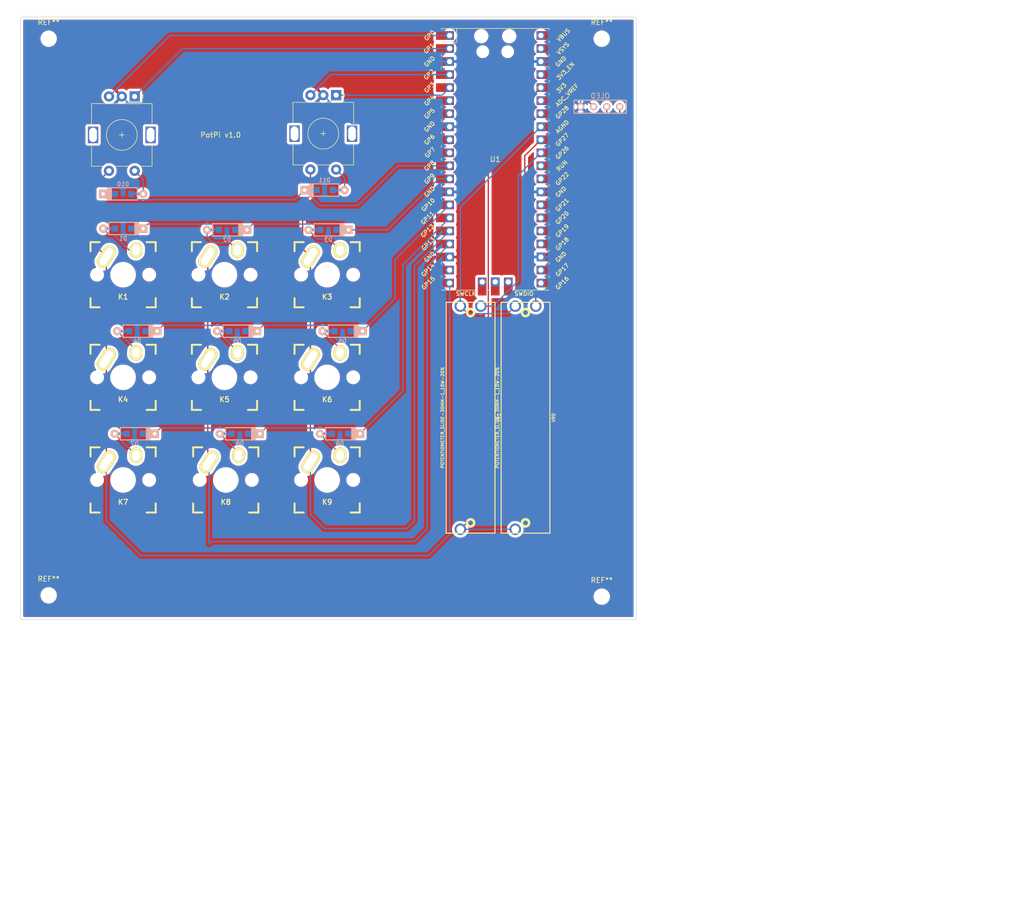
<source format=kicad_pcb>
(kicad_pcb (version 20171130) (host pcbnew "(5.1.7)-1")
  (layers (0 F.Cu signal) (31 B.Cu signal) (34 B.Paste user) (35 F.Paste user) (36 B.SilkS user) (37 F.SilkS user) (38 B.Mask user) (39 F.Mask user) (44 Edge.Cuts user))
  (net 0 "")
  (net 1 "Net-(D1-Pad2)")
  (net 2 Row0)
  (net 3 "Net-(D2-Pad2)")
  (net 4 "Net-(D3-Pad2)")
  (net 5 "Net-(D4-Pad2)")
  (net 6 Row1)
  (net 7 "Net-(D5-Pad2)")
  (net 8 "Net-(D6-Pad2)")
  (net 9 "Net-(D7-Pad2)")
  (net 10 Row2)
  (net 11 "Net-(D8-Pad2)")
  (net 12 "Net-(D9-Pad2)")
  (net 13 "Net-(D10-Pad2)")
  (net 14 "Net-(D11-Pad2)")
  (net 15 Col1)
  (net 16 Col2)
  (net 17 Col0)
  (net 18 RC1_1)
  (net 19 RC1_0)
  (net 20 RC0_0)
  (net 21 RC0_1)
  (net 22 "Net-(U1-Pad21)")
  (net 23 "Net-(U1-Pad22)")
  (net 24 "Net-(U1-Pad29)")
  (net 25 "Net-(U1-Pad30)")
  (net 26 "Net-(U1-Pad33)")
  (net 27 "Net-(U1-Pad34)")
  (net 28 "Net-(U1-Pad35)")
  (net 29 "Net-(U1-Pad37)")
  (net 30 "Net-(U1-Pad39)")
  (net 31 "Net-(U1-Pad40)")
  (net 32 "Net-(U1-Pad41)")
  (net 33 "Net-(U1-Pad42)")
  (net 34 "Net-(U1-Pad43)")
  (net 35 "Net-(U1-Pad31)")
  (net 36 GND)
  (net 37 "Net-(U1-Pad32)")
  (net 38 "Net-(OL1-Pad1)")
  (net 39 "Net-(OL1-Pad2)")
  (net 40 "Net-(OL1-Pad3)")
  (net 41 "Net-(U1-Pad6)")
  (net 42 "Net-(U1-Pad7)")
  (net 43 "Net-(U1-Pad9)")
  (net 44 Row3)
  (net 45 "Net-(U1-Pad10)")
  (net 46 "Net-(U1-Pad19)")
  (net 47 "Net-(U1-Pad24)")
  (net 48 "Net-(U1-Pad25)")
  (module MountingHole:MountingHole_2.2mm_M2 (layer F.Cu) (at 63 152.75)
    (fp_text reference REF** (at 0 -3.2) (layer F.SilkS))
    (fp_text value MountingHole_2.2mm_M2)
    (pad 1 np_thru_hole circle (at 0 0) (size 2.2 2.2) (drill 2.2) (layers *.Cu *.Mask))
  )
  (module MountingHole:MountingHole_2.2mm_M2 (layer F.Cu) (at 63 44.25)
    (fp_text reference REF** (at 0 -3.2) (layer F.SilkS))
    (fp_text value MountingHole_2.2mm_M2)
    (pad 1 np_thru_hole circle (at 0 0) (size 2.2 2.2) (drill 2.2) (layers *.Cu *.Mask))
  )
  (module MountingHole:MountingHole_2.2mm_M2 (layer F.Cu) (at 170.75 44.25)
    (fp_text reference REF** (at 0 -3.2) (layer F.SilkS))
    (fp_text value MountingHole_2.2mm_M2)
    (pad 1 np_thru_hole circle (at 0 0) (size 2.2 2.2) (drill 2.2) (layers *.Cu *.Mask))
  )
  (module MountingHole:MountingHole_2.2mm_M2 (layer F.Cu) (at 170.75 153)
    (fp_text reference REF** (at 0 -3.2) (layer F.SilkS))
    (fp_text value MountingHole_2.2mm_M2)
    (pad 1 np_thru_hole circle (at 0 0) (size 2.2 2.2) (drill 2.2) (layers *.Cu *.Mask))
  )
  (module MCU_RaspberryPi_and_Boards:RPi_Pico_SMD_TH (layer F.Cu) (at 150 67.75)
    (fp_text reference U1 (at 0 0) (layer F.SilkS))
    (fp_text value Pico)
    (fp_text user GP1 (at -12.9 -21.6 45) (layer F.SilkS) (effects (font (size 0.8 0.8))))
    (fp_text user GP2 (at -12.9 -16.51 45) (layer F.SilkS) (effects (font (size 0.8 0.8))))
    (fp_text user GP0 (at -12.8 -24.13 45) (layer F.SilkS) (effects (font (size 0.8 0.8))))
    (fp_text user GP3 (at -12.8 -13.97 45) (layer F.SilkS) (effects (font (size 0.8 0.8))))
    (fp_text user GP4 (at -12.8 -11.43 45) (layer F.SilkS) (effects (font (size 0.8 0.8))))
    (fp_text user GP5 (at -12.8 -8.89 45) (layer F.SilkS) (effects (font (size 0.8 0.8))))
    (fp_text user GP6 (at -12.8 -3.81 45) (layer F.SilkS) (effects (font (size 0.8 0.8))))
    (fp_text user GP7 (at -12.7 -1.3 45) (layer F.SilkS) (effects (font (size 0.8 0.8))))
    (fp_text user GP8 (at -12.8 1.27 45) (layer F.SilkS) (effects (font (size 0.8 0.8))))
    (fp_text user GP9 (at -12.8 3.81 45) (layer F.SilkS) (effects (font (size 0.8 0.8))))
    (fp_text user GP10 (at -13.054 8.89 45) (layer F.SilkS) (effects (font (size 0.8 0.8))))
    (fp_text user GP11 (at -13.2 11.43 45) (layer F.SilkS) (effects (font (size 0.8 0.8))))
    (fp_text user GP12 (at -13.2 13.97 45) (layer F.SilkS) (effects (font (size 0.8 0.8))))
    (fp_text user GP13 (at -13.054 16.51 45) (layer F.SilkS) (effects (font (size 0.8 0.8))))
    (fp_text user GP14 (at -13.1 21.59 45) (layer F.SilkS) (effects (font (size 0.8 0.8))))
    (fp_text user GP15 (at -13.054 24.13 45) (layer F.SilkS) (effects (font (size 0.8 0.8))))
    (fp_text user GP16 (at 13.054 24.13 45) (layer F.SilkS) (effects (font (size 0.8 0.8))))
    (fp_text user GP17 (at 13.054 21.59 45) (layer F.SilkS) (effects (font (size 0.8 0.8))))
    (fp_text user GP18 (at 13.054 16.51 45) (layer F.SilkS) (effects (font (size 0.8 0.8))))
    (fp_text user GP19 (at 13.054 13.97 45) (layer F.SilkS) (effects (font (size 0.8 0.8))))
    (fp_text user GP20 (at 13.054 11.43 45) (layer F.SilkS) (effects (font (size 0.8 0.8))))
    (fp_text user GP21 (at 13.054 8.9 45) (layer F.SilkS) (effects (font (size 0.8 0.8))))
    (fp_text user GP22 (at 13.054 3.81 45) (layer F.SilkS) (effects (font (size 0.8 0.8))))
    (fp_text user RUN (at 13 1.27 45) (layer F.SilkS) (effects (font (size 0.8 0.8))))
    (fp_text user GP26 (at 13.054 -1.27 45) (layer F.SilkS) (effects (font (size 0.8 0.8))))
    (fp_text user GP27 (at 13.054 -3.8 45) (layer F.SilkS) (effects (font (size 0.8 0.8))))
    (fp_text user GP28 (at 13.054 -9.144 45) (layer F.SilkS) (effects (font (size 0.8 0.8))))
    (fp_text user ADC_VREF (at 14 -12.5 45) (layer F.SilkS) (effects (font (size 0.8 0.8))))
    (fp_text user 3V3 (at 12.9 -13.9 45) (layer F.SilkS) (effects (font (size 0.8 0.8))))
    (fp_text user 3V3_EN (at 13.7 -17.2 45) (layer F.SilkS) (effects (font (size 0.8 0.8))))
    (fp_text user VSYS (at 13.2 -21.59 45) (layer F.SilkS) (effects (font (size 0.8 0.8))))
    (fp_text user VBUS (at 13.3 -24.2 45) (layer F.SilkS) (effects (font (size 0.8 0.8))))
    (fp_text user GND (at -12.8 -19.05 45) (layer F.SilkS) (effects (font (size 0.8 0.8))))
    (fp_text user GND (at -12.8 -6.35 45) (layer F.SilkS) (effects (font (size 0.8 0.8))))
    (fp_text user GND (at -12.8 6.35 45) (layer F.SilkS) (effects (font (size 0.8 0.8))))
    (fp_text user GND (at -12.8 19.05 45) (layer F.SilkS) (effects (font (size 0.8 0.8))))
    (fp_text user GND (at 12.8 19.05 45) (layer F.SilkS) (effects (font (size 0.8 0.8))))
    (fp_text user GND (at 12.8 6.35 45) (layer F.SilkS) (effects (font (size 0.8 0.8))))
    (fp_text user GND (at 12.8 -19.05 45) (layer F.SilkS) (effects (font (size 0.8 0.8))))
    (fp_text user AGND (at 13.054 -6.35 45) (layer F.SilkS) (effects (font (size 0.8 0.8))))
    (fp_text user SWCLK (at -5.7 26.2) (layer F.SilkS) (effects (font (size 0.8 0.8))))
    (fp_text user SWDIO (at 5.6 26.2) (layer F.SilkS) (effects (font (size 0.8 0.8))))
    (pad 1 thru_hole oval (at -8.89 -24.13) (size 1.7 1.7) (drill 1.02) (layers *.Cu *.Mask) (net 20 RC0_0))
    (pad 2 thru_hole oval (at -8.89 -21.59) (size 1.7 1.7) (drill 1.02) (layers *.Cu *.Mask) (net 21 RC0_1))
    (pad 3 thru_hole rect (at -8.89 -19.05) (size 1.7 1.7) (drill 1.02) (layers *.Cu *.Mask) (net 36 GND))
    (pad 4 thru_hole oval (at -8.89 -16.51) (size 1.7 1.7) (drill 1.02) (layers *.Cu *.Mask) (net 19 RC1_0))
    (pad 5 thru_hole oval (at -8.89 -13.97) (size 1.7 1.7) (drill 1.02) (layers *.Cu *.Mask) (net 18 RC1_1))
    (pad 6 thru_hole oval (at -8.89 -11.43) (size 1.7 1.7) (drill 1.02) (layers *.Cu *.Mask) (net 41 "Net-(U1-Pad6)"))
    (pad 7 thru_hole oval (at -8.89 -8.89) (size 1.7 1.7) (drill 1.02) (layers *.Cu *.Mask) (net 42 "Net-(U1-Pad7)"))
    (pad 8 thru_hole rect (at -8.89 -6.35) (size 1.7 1.7) (drill 1.02) (layers *.Cu *.Mask) (net 36 GND))
    (pad 9 thru_hole oval (at -8.89 -3.81) (size 1.7 1.7) (drill 1.02) (layers *.Cu *.Mask) (net 43 "Net-(U1-Pad9)"))
    (pad 10 thru_hole oval (at -8.89 -1.27) (size 1.7 1.7) (drill 1.02) (layers *.Cu *.Mask) (net 45 "Net-(U1-Pad10)"))
    (pad 11 thru_hole oval (at -8.89 1.27) (size 1.7 1.7) (drill 1.02) (layers *.Cu *.Mask) (net 2 Row0))
    (pad 12 thru_hole oval (at -8.89 3.81) (size 1.7 1.7) (drill 1.02) (layers *.Cu *.Mask) (net 6 Row1))
    (pad 13 thru_hole rect (at -8.89 6.35) (size 1.7 1.7) (drill 1.02) (layers *.Cu *.Mask) (net 36 GND))
    (pad 14 thru_hole oval (at -8.89 8.89) (size 1.7 1.7) (drill 1.02) (layers *.Cu *.Mask) (net 10 Row2))
    (pad 15 thru_hole oval (at -8.89 11.43) (size 1.7 1.7) (drill 1.02) (layers *.Cu *.Mask) (net 44 Row3))
    (pad 16 thru_hole oval (at -8.89 13.97) (size 1.7 1.7) (drill 1.02) (layers *.Cu *.Mask) (net 16 Col2))
    (pad 17 thru_hole oval (at -8.89 16.51) (size 1.7 1.7) (drill 1.02) (layers *.Cu *.Mask) (net 15 Col1))
    (pad 18 thru_hole rect (at -8.89 19.05) (size 1.7 1.7) (drill 1.02) (layers *.Cu *.Mask) (net 36 GND))
    (pad 19 thru_hole oval (at -8.89 21.59) (size 1.7 1.7) (drill 1.02) (layers *.Cu *.Mask) (net 46 "Net-(U1-Pad19)"))
    (pad 20 thru_hole oval (at -8.89 24.13) (size 1.7 1.7) (drill 1.02) (layers *.Cu *.Mask) (net 17 Col0))
    (pad 21 thru_hole oval (at 8.89 24.13) (size 1.7 1.7) (drill 1.02) (layers *.Cu *.Mask) (net 22 "Net-(U1-Pad21)"))
    (pad 22 thru_hole oval (at 8.89 21.59) (size 1.7 1.7) (drill 1.02) (layers *.Cu *.Mask) (net 23 "Net-(U1-Pad22)"))
    (pad 23 thru_hole rect (at 8.89 19.05) (size 1.7 1.7) (drill 1.02) (layers *.Cu *.Mask) (net 36 GND))
    (pad 24 thru_hole oval (at 8.89 16.51) (size 1.7 1.7) (drill 1.02) (layers *.Cu *.Mask) (net 47 "Net-(U1-Pad24)"))
    (pad 25 thru_hole oval (at 8.89 13.97) (size 1.7 1.7) (drill 1.02) (layers *.Cu *.Mask) (net 48 "Net-(U1-Pad25)"))
    (pad 26 thru_hole oval (at 8.89 11.43) (size 1.7 1.7) (drill 1.02) (layers *.Cu *.Mask) (net 38 "Net-(OL1-Pad1)"))
    (pad 27 thru_hole oval (at 8.89 8.89) (size 1.7 1.7) (drill 1.02) (layers *.Cu *.Mask) (net 39 "Net-(OL1-Pad2)"))
    (pad 28 thru_hole rect (at 8.89 6.35) (size 1.7 1.7) (drill 1.02) (layers *.Cu *.Mask) (net 36 GND))
    (pad 29 thru_hole oval (at 8.89 3.81) (size 1.7 1.7) (drill 1.02) (layers *.Cu *.Mask) (net 24 "Net-(U1-Pad29)"))
    (pad 30 thru_hole oval (at 8.89 1.27) (size 1.7 1.7) (drill 1.02) (layers *.Cu *.Mask) (net 25 "Net-(U1-Pad30)"))
    (pad 31 thru_hole oval (at 8.89 -1.27) (size 1.7 1.7) (drill 1.02) (layers *.Cu *.Mask) (net 35 "Net-(U1-Pad31)"))
    (pad 32 thru_hole oval (at 8.89 -3.81) (size 1.7 1.7) (drill 1.02) (layers *.Cu *.Mask) (net 37 "Net-(U1-Pad32)"))
    (pad 33 thru_hole rect (at 8.89 -6.35) (size 1.7 1.7) (drill 1.02) (layers *.Cu *.Mask) (net 26 "Net-(U1-Pad33)"))
    (pad 34 thru_hole oval (at 8.89 -8.89) (size 1.7 1.7) (drill 1.02) (layers *.Cu *.Mask) (net 27 "Net-(U1-Pad34)"))
    (pad 35 thru_hole oval (at 8.89 -11.43) (size 1.7 1.7) (drill 1.02) (layers *.Cu *.Mask) (net 28 "Net-(U1-Pad35)"))
    (pad 36 thru_hole oval (at 8.89 -13.97) (size 1.7 1.7) (drill 1.02) (layers *.Cu *.Mask) (net 40 "Net-(OL1-Pad3)"))
    (pad 37 thru_hole oval (at 8.89 -16.51) (size 1.7 1.7) (drill 1.02) (layers *.Cu *.Mask) (net 29 "Net-(U1-Pad37)"))
    (pad 38 thru_hole rect (at 8.89 -19.05) (size 1.7 1.7) (drill 1.02) (layers *.Cu *.Mask) (net 36 GND))
    (pad 39 thru_hole oval (at 8.89 -21.59) (size 1.7 1.7) (drill 1.02) (layers *.Cu *.Mask) (net 30 "Net-(U1-Pad39)"))
    (pad 40 thru_hole oval (at 8.89 -24.13) (size 1.7 1.7) (drill 1.02) (layers *.Cu *.Mask) (net 31 "Net-(U1-Pad40)"))
    (pad 1 smd rect (at -8.89 -24.13) (size 3.5 1.7) (drill (offset -0.9 0)) (layers F.Cu F.Mask) (net 20 RC0_0))
    (pad 2 smd rect (at -8.89 -21.59) (size 3.5 1.7) (drill (offset -0.9 0)) (layers F.Cu F.Mask) (net 21 RC0_1))
    (pad 3 smd rect (at -8.89 -19.05) (size 3.5 1.7) (drill (offset -0.9 0)) (layers F.Cu F.Mask) (net 36 GND))
    (pad 4 smd rect (at -8.89 -16.51) (size 3.5 1.7) (drill (offset -0.9 0)) (layers F.Cu F.Mask) (net 19 RC1_0))
    (pad 5 smd rect (at -8.89 -13.97) (size 3.5 1.7) (drill (offset -0.9 0)) (layers F.Cu F.Mask) (net 18 RC1_1))
    (pad 6 smd rect (at -8.89 -11.43) (size 3.5 1.7) (drill (offset -0.9 0)) (layers F.Cu F.Mask) (net 41 "Net-(U1-Pad6)"))
    (pad 7 smd rect (at -8.89 -8.89) (size 3.5 1.7) (drill (offset -0.9 0)) (layers F.Cu F.Mask) (net 42 "Net-(U1-Pad7)"))
    (pad 8 smd rect (at -8.89 -6.35) (size 3.5 1.7) (drill (offset -0.9 0)) (layers F.Cu F.Mask) (net 36 GND))
    (pad 9 smd rect (at -8.89 -3.81) (size 3.5 1.7) (drill (offset -0.9 0)) (layers F.Cu F.Mask) (net 43 "Net-(U1-Pad9)"))
    (pad 10 smd rect (at -8.89 -1.27) (size 3.5 1.7) (drill (offset -0.9 0)) (layers F.Cu F.Mask) (net 45 "Net-(U1-Pad10)"))
    (pad 11 smd rect (at -8.89 1.27) (size 3.5 1.7) (drill (offset -0.9 0)) (layers F.Cu F.Mask) (net 2 Row0))
    (pad 12 smd rect (at -8.89 3.81) (size 3.5 1.7) (drill (offset -0.9 0)) (layers F.Cu F.Mask) (net 6 Row1))
    (pad 13 smd rect (at -8.89 6.35) (size 3.5 1.7) (drill (offset -0.9 0)) (layers F.Cu F.Mask) (net 36 GND))
    (pad 14 smd rect (at -8.89 8.89) (size 3.5 1.7) (drill (offset -0.9 0)) (layers F.Cu F.Mask) (net 10 Row2))
    (pad 15 smd rect (at -8.89 11.43) (size 3.5 1.7) (drill (offset -0.9 0)) (layers F.Cu F.Mask) (net 44 Row3))
    (pad 16 smd rect (at -8.89 13.97) (size 3.5 1.7) (drill (offset -0.9 0)) (layers F.Cu F.Mask) (net 16 Col2))
    (pad 17 smd rect (at -8.89 16.51) (size 3.5 1.7) (drill (offset -0.9 0)) (layers F.Cu F.Mask) (net 15 Col1))
    (pad 18 smd rect (at -8.89 19.05) (size 3.5 1.7) (drill (offset -0.9 0)) (layers F.Cu F.Mask) (net 36 GND))
    (pad 19 smd rect (at -8.89 21.59) (size 3.5 1.7) (drill (offset -0.9 0)) (layers F.Cu F.Mask) (net 46 "Net-(U1-Pad19)"))
    (pad 20 smd rect (at -8.89 24.13) (size 3.5 1.7) (drill (offset -0.9 0)) (layers F.Cu F.Mask) (net 17 Col0))
    (pad 40 smd rect (at 8.89 -24.13) (size 3.5 1.7) (drill (offset 0.9 0)) (layers F.Cu F.Mask) (net 31 "Net-(U1-Pad40)"))
    (pad 39 smd rect (at 8.89 -21.59) (size 3.5 1.7) (drill (offset 0.9 0)) (layers F.Cu F.Mask) (net 30 "Net-(U1-Pad39)"))
    (pad 38 smd rect (at 8.89 -19.05) (size 3.5 1.7) (drill (offset 0.9 0)) (layers F.Cu F.Mask) (net 36 GND))
    (pad 37 smd rect (at 8.89 -16.51) (size 3.5 1.7) (drill (offset 0.9 0)) (layers F.Cu F.Mask) (net 29 "Net-(U1-Pad37)"))
    (pad 36 smd rect (at 8.89 -13.97) (size 3.5 1.7) (drill (offset 0.9 0)) (layers F.Cu F.Mask) (net 40 "Net-(OL1-Pad3)"))
    (pad 35 smd rect (at 8.89 -11.43) (size 3.5 1.7) (drill (offset 0.9 0)) (layers F.Cu F.Mask) (net 28 "Net-(U1-Pad35)"))
    (pad 34 smd rect (at 8.89 -8.89) (size 3.5 1.7) (drill (offset 0.9 0)) (layers F.Cu F.Mask) (net 27 "Net-(U1-Pad34)"))
    (pad 33 smd rect (at 8.89 -6.35) (size 3.5 1.7) (drill (offset 0.9 0)) (layers F.Cu F.Mask) (net 26 "Net-(U1-Pad33)"))
    (pad 32 smd rect (at 8.89 -3.81) (size 3.5 1.7) (drill (offset 0.9 0)) (layers F.Cu F.Mask) (net 37 "Net-(U1-Pad32)"))
    (pad 31 smd rect (at 8.89 -1.27) (size 3.5 1.7) (drill (offset 0.9 0)) (layers F.Cu F.Mask) (net 35 "Net-(U1-Pad31)"))
    (pad 30 smd rect (at 8.89 1.27) (size 3.5 1.7) (drill (offset 0.9 0)) (layers F.Cu F.Mask) (net 25 "Net-(U1-Pad30)"))
    (pad 29 smd rect (at 8.89 3.81) (size 3.5 1.7) (drill (offset 0.9 0)) (layers F.Cu F.Mask) (net 24 "Net-(U1-Pad29)"))
    (pad 28 smd rect (at 8.89 6.35) (size 3.5 1.7) (drill (offset 0.9 0)) (layers F.Cu F.Mask) (net 36 GND))
    (pad 27 smd rect (at 8.89 8.89) (size 3.5 1.7) (drill (offset 0.9 0)) (layers F.Cu F.Mask) (net 39 "Net-(OL1-Pad2)"))
    (pad 26 smd rect (at 8.89 11.43) (size 3.5 1.7) (drill (offset 0.9 0)) (layers F.Cu F.Mask) (net 38 "Net-(OL1-Pad1)"))
    (pad 25 smd rect (at 8.89 13.97) (size 3.5 1.7) (drill (offset 0.9 0)) (layers F.Cu F.Mask) (net 48 "Net-(U1-Pad25)"))
    (pad 24 smd rect (at 8.89 16.51) (size 3.5 1.7) (drill (offset 0.9 0)) (layers F.Cu F.Mask) (net 47 "Net-(U1-Pad24)"))
    (pad 23 smd rect (at 8.89 19.05) (size 3.5 1.7) (drill (offset 0.9 0)) (layers F.Cu F.Mask) (net 36 GND))
    (pad 22 smd rect (at 8.89 21.59) (size 3.5 1.7) (drill (offset 0.9 0)) (layers F.Cu F.Mask) (net 23 "Net-(U1-Pad22)"))
    (pad 21 smd rect (at 8.89 24.13) (size 3.5 1.7) (drill (offset 0.9 0)) (layers F.Cu F.Mask) (net 22 "Net-(U1-Pad21)"))
    (pad "" np_thru_hole oval (at -2.725 -24) (size 1.8 1.8) (drill 1.8) (layers *.Cu *.Mask))
    (pad "" np_thru_hole oval (at 2.725 -24) (size 1.8 1.8) (drill 1.8) (layers *.Cu *.Mask))
    (pad "" np_thru_hole oval (at -2.425 -20.97) (size 1.5 1.5) (drill 1.5) (layers *.Cu *.Mask))
    (pad "" np_thru_hole oval (at 2.425 -20.97) (size 1.5 1.5) (drill 1.5) (layers *.Cu *.Mask))
    (pad 41 smd rect (at -2.54 23.9 90) (size 3.5 1.7) (drill (offset -0.9 0)) (layers F.Cu F.Mask) (net 32 "Net-(U1-Pad41)"))
    (pad 41 thru_hole oval (at -2.54 23.9) (size 1.7 1.7) (drill 1.02) (layers *.Cu *.Mask) (net 32 "Net-(U1-Pad41)"))
    (pad 42 smd rect (at 0 23.9 90) (size 3.5 1.7) (drill (offset -0.9 0)) (layers F.Cu F.Mask) (net 33 "Net-(U1-Pad42)"))
    (pad 42 thru_hole rect (at 0 23.9) (size 1.7 1.7) (drill 1.02) (layers *.Cu *.Mask) (net 33 "Net-(U1-Pad42)"))
    (pad 43 smd rect (at 2.54 23.9 90) (size 3.5 1.7) (drill (offset -0.9 0)) (layers F.Cu F.Mask) (net 34 "Net-(U1-Pad43)"))
    (pad 43 thru_hole oval (at 2.54 23.9) (size 1.7 1.7) (drill 1.02) (layers *.Cu *.Mask) (net 34 "Net-(U1-Pad43)"))
  )
  (module Resistors:SLIDER-MEDIUM (layer F.Cu) (at 145.198599 118.12143 270)
    (fp_text reference VR1 (at 0 -5.461 90) (layer F.SilkS) (effects (font (size 0.6096 0.6096) (thickness 0.127))))
    (fp_text value POTENTIOMETER_SLIDE-30MM-1_10W-20% (at 0 5.461 90) (layer F.SilkS) (effects (font (size 0.6096 0.6096) (thickness 0.127))))
    (pad BOTT thru_hole circle (at 21.74748 1.99898 270) (size 2.2479 2.2479) (drill 1.4986) (layers *.Cu *.Mask) (net 40 "Net-(OL1-Pad3)"))
    (pad TOP thru_hole circle (at -21.74748 1.99898 270) (size 2.2479 2.2479) (drill 1.4986) (layers *.Cu *.Mask) (net 26 "Net-(U1-Pad33)"))
    (pad WIPE thru_hole circle (at -21.74748 -1.99898 270) (size 2.2479 2.2479) (drill 1.4986) (layers *.Cu *.Mask) (net 35 "Net-(U1-Pad31)"))
  )
  (module Resistors:SLIDER-MEDIUM (layer F.Cu) (at 155.898599 118.12143 270)
    (fp_text reference VR0 (at 0 -5.461 90) (layer F.SilkS) (effects (font (size 0.6096 0.6096) (thickness 0.127))))
    (fp_text value POTENTIOMETER_SLIDE-30MM-1_10W-20% (at 0 5.461 90) (layer F.SilkS) (effects (font (size 0.6096 0.6096) (thickness 0.127))))
    (pad WIPE thru_hole circle (at -21.74748 -1.99898 270) (size 2.2479 2.2479) (drill 1.4986) (layers *.Cu *.Mask) (net 37 "Net-(U1-Pad32)"))
    (pad TOP thru_hole circle (at -21.74748 1.99898 270) (size 2.2479 2.2479) (drill 1.4986) (layers *.Cu *.Mask) (net 26 "Net-(U1-Pad33)"))
    (pad BOTT thru_hole circle (at 21.74748 1.99898 270) (size 2.2479 2.2479) (drill 1.4986) (layers *.Cu *.Mask) (net 40 "Net-(OL1-Pad3)"))
  )
  (module "" (layer F.Cu) (at 65 153.5)
    (fp_text reference "" (at 77.25 63) (layer F.SilkS) (effects (font (size 1.27 1.27))))
    (fp_text value "" (at 77.25 63) (layer F.SilkS) (effects (font (size 1.27 1.27))))
  )
  (module "" (layer F.Cu) (at 174.25 152.25)
    (fp_text reference "" (at 77.25 63) (layer F.SilkS) (effects (font (size 1.27 1.27))))
    (fp_text value "" (at 77.25 63) (layer F.SilkS) (effects (font (size 1.27 1.27))))
  )
  (module Keebio-Parts:RotaryEncoder_EC11 (layer F.Cu) (at 77.25 63 270)
    (fp_text reference SW12)
    (fp_text value Rotary_Encoder_Switch)
    (pad A thru_hole rect (at -7.5 -2.5 270) (size 2 2) (drill 1) (layers *.Cu *.Mask) (net 21 RC0_1))
    (pad C thru_hole circle (at -7.5 0 270) (size 2 2) (drill 1) (layers *.Cu *.Mask) (net 36 GND))
    (pad B thru_hole circle (at -7.5 2.5 270) (size 2 2) (drill 1) (layers *.Cu *.Mask) (net 20 RC0_0))
    (pad "" np_thru_hole rect (at 0 -5.6 270) (size 3.2 2) (drill oval 2.8 1.5) (layers *.Cu *.Mask))
    (pad "" np_thru_hole rect (at 0 5.6 270) (size 3.2 2) (drill oval 2.8 1.5) (layers *.Cu *.Mask))
    (pad S2 thru_hole circle (at 7 -2.5 270) (size 2 2) (drill 1) (layers *.Cu *.Mask) (net 13 "Net-(D10-Pad2)"))
    (pad S1 thru_hole circle (at 7 2.5 270) (size 2 2) (drill 1) (layers *.Cu *.Mask) (net 17 Col0))
  )
  (module keyboard_parts:D_SOD123_axial (layer B.Cu) (at 77.5 81.25 180)
    (fp_text reference D1 (at 0 -1.925) (layer B.SilkS) (effects (font (size 0.8 0.8)) (justify mirror)))
    (fp_text value D hide)
    (pad 2 smd rect (at 1.575 0 180) (size 1.2 1.2) (layers B.Cu B.Paste B.Mask) (net 1 "Net-(D1-Pad2)"))
    (pad 1 smd rect (at -1.575 0 180) (size 1.2 1.2) (layers B.Cu B.Paste B.Mask) (net 6 Row1))
    (pad 1 thru_hole rect (at -3.9 0 180) (size 1.6 1.6) (drill 0.7) (layers *.Cu *.Mask B.SilkS) (net 6 Row1))
    (pad 2 thru_hole circle (at 3.9 0 180) (size 1.6 1.6) (drill 0.7) (layers *.Cu *.Mask B.SilkS) (net 1 "Net-(D1-Pad2)"))
    (pad 1 smd rect (at -2.7 0 180) (size 2.5 0.5) (layers B.Cu) (net 6 Row1))
    (pad 2 smd rect (at 2.7 0 180) (size 2.5 0.5) (layers B.Cu) (net 1 "Net-(D1-Pad2)"))
  )
  (module keyboard_parts:D_SOD123_axial (layer B.Cu) (at 97.75 81.5 180)
    (fp_text reference D2 (at 0 -1.925 180) (layer B.SilkS) (effects (font (size 0.8 0.8)) (justify mirror)))
    (fp_text value D hide)
    (pad 2 smd rect (at 2.7 0 180) (size 2.5 0.5) (layers B.Cu) (net 3 "Net-(D2-Pad2)"))
    (pad 1 smd rect (at -2.7 0 180) (size 2.5 0.5) (layers B.Cu) (net 6 Row1))
    (pad 2 thru_hole circle (at 3.9 0 180) (size 1.6 1.6) (drill 0.7) (layers *.Cu *.Mask B.SilkS) (net 3 "Net-(D2-Pad2)"))
    (pad 1 thru_hole rect (at -3.9 0 180) (size 1.6 1.6) (drill 0.7) (layers *.Cu *.Mask B.SilkS) (net 6 Row1))
    (pad 1 smd rect (at -1.575 0 180) (size 1.2 1.2) (layers B.Cu B.Paste B.Mask) (net 6 Row1))
    (pad 2 smd rect (at 1.575 0 180) (size 1.2 1.2) (layers B.Cu B.Paste B.Mask) (net 3 "Net-(D2-Pad2)"))
  )
  (module keyboard_parts:D_SOD123_axial (layer B.Cu) (at 117.5 81.5 180)
    (fp_text reference D3 (at 0 -1.925) (layer B.SilkS) (effects (font (size 0.8 0.8)) (justify mirror)))
    (fp_text value D hide)
    (pad 2 smd rect (at 1.575 0 180) (size 1.2 1.2) (layers B.Cu B.Paste B.Mask) (net 4 "Net-(D3-Pad2)"))
    (pad 1 smd rect (at -1.575 0 180) (size 1.2 1.2) (layers B.Cu B.Paste B.Mask) (net 6 Row1))
    (pad 1 thru_hole rect (at -3.9 0 180) (size 1.6 1.6) (drill 0.7) (layers *.Cu *.Mask B.SilkS) (net 6 Row1))
    (pad 2 thru_hole circle (at 3.9 0 180) (size 1.6 1.6) (drill 0.7) (layers *.Cu *.Mask B.SilkS) (net 4 "Net-(D3-Pad2)"))
    (pad 1 smd rect (at -2.7 0 180) (size 2.5 0.5) (layers B.Cu) (net 6 Row1))
    (pad 2 smd rect (at 2.7 0 180) (size 2.5 0.5) (layers B.Cu) (net 4 "Net-(D3-Pad2)"))
  )
  (module keyboard_parts:D_SOD123_axial (layer B.Cu) (at 80.25 101.25 180)
    (fp_text reference D4 (at 0 -1.925) (layer B.SilkS) (effects (font (size 0.8 0.8)) (justify mirror)))
    (fp_text value D hide)
    (pad 2 smd rect (at 2.7 0 180) (size 2.5 0.5) (layers B.Cu) (net 5 "Net-(D4-Pad2)"))
    (pad 1 smd rect (at -2.7 0 180) (size 2.5 0.5) (layers B.Cu) (net 10 Row2))
    (pad 2 thru_hole circle (at 3.9 0 180) (size 1.6 1.6) (drill 0.7) (layers *.Cu *.Mask B.SilkS) (net 5 "Net-(D4-Pad2)"))
    (pad 1 thru_hole rect (at -3.9 0 180) (size 1.6 1.6) (drill 0.7) (layers *.Cu *.Mask B.SilkS) (net 10 Row2))
    (pad 1 smd rect (at -1.575 0 180) (size 1.2 1.2) (layers B.Cu B.Paste B.Mask) (net 10 Row2))
    (pad 2 smd rect (at 1.575 0 180) (size 1.2 1.2) (layers B.Cu B.Paste B.Mask) (net 5 "Net-(D4-Pad2)"))
  )
  (module keyboard_parts:D_SOD123_axial (layer B.Cu) (at 99.75 101.25 180)
    (fp_text reference D5 (at 0 -1.925) (layer B.SilkS) (effects (font (size 0.8 0.8)) (justify mirror)))
    (fp_text value D hide)
    (pad 2 smd rect (at 1.575 0 180) (size 1.2 1.2) (layers B.Cu B.Paste B.Mask) (net 7 "Net-(D5-Pad2)"))
    (pad 1 smd rect (at -1.575 0 180) (size 1.2 1.2) (layers B.Cu B.Paste B.Mask) (net 10 Row2))
    (pad 1 thru_hole rect (at -3.9 0 180) (size 1.6 1.6) (drill 0.7) (layers *.Cu *.Mask B.SilkS) (net 10 Row2))
    (pad 2 thru_hole circle (at 3.9 0 180) (size 1.6 1.6) (drill 0.7) (layers *.Cu *.Mask B.SilkS) (net 7 "Net-(D5-Pad2)"))
    (pad 1 smd rect (at -2.7 0 180) (size 2.5 0.5) (layers B.Cu) (net 10 Row2))
    (pad 2 smd rect (at 2.7 0 180) (size 2.5 0.5) (layers B.Cu) (net 7 "Net-(D5-Pad2)"))
  )
  (module keyboard_parts:D_SOD123_axial (layer B.Cu) (at 120.25 101.25 180)
    (fp_text reference D6 (at 0 -1.925) (layer B.SilkS) (effects (font (size 0.8 0.8)) (justify mirror)))
    (fp_text value D hide)
    (pad 2 smd rect (at 2.7 0 180) (size 2.5 0.5) (layers B.Cu) (net 8 "Net-(D6-Pad2)"))
    (pad 1 smd rect (at -2.7 0 180) (size 2.5 0.5) (layers B.Cu) (net 10 Row2))
    (pad 2 thru_hole circle (at 3.9 0 180) (size 1.6 1.6) (drill 0.7) (layers *.Cu *.Mask B.SilkS) (net 8 "Net-(D6-Pad2)"))
    (pad 1 thru_hole rect (at -3.9 0 180) (size 1.6 1.6) (drill 0.7) (layers *.Cu *.Mask B.SilkS) (net 10 Row2))
    (pad 1 smd rect (at -1.575 0 180) (size 1.2 1.2) (layers B.Cu B.Paste B.Mask) (net 10 Row2))
    (pad 2 smd rect (at 1.575 0 180) (size 1.2 1.2) (layers B.Cu B.Paste B.Mask) (net 8 "Net-(D6-Pad2)"))
  )
  (module keyboard_parts:D_SOD123_axial (layer B.Cu) (at 79.75 121.25 180)
    (fp_text reference D7 (at 0 -1.925) (layer B.SilkS) (effects (font (size 0.8 0.8)) (justify mirror)))
    (fp_text value D hide)
    (pad 2 smd rect (at 1.575 0 180) (size 1.2 1.2) (layers B.Cu B.Paste B.Mask) (net 9 "Net-(D7-Pad2)"))
    (pad 1 smd rect (at -1.575 0 180) (size 1.2 1.2) (layers B.Cu B.Paste B.Mask) (net 44 Row3))
    (pad 1 thru_hole rect (at -3.9 0 180) (size 1.6 1.6) (drill 0.7) (layers *.Cu *.Mask B.SilkS) (net 44 Row3))
    (pad 2 thru_hole circle (at 3.9 0 180) (size 1.6 1.6) (drill 0.7) (layers *.Cu *.Mask B.SilkS) (net 9 "Net-(D7-Pad2)"))
    (pad 1 smd rect (at -2.7 0 180) (size 2.5 0.5) (layers B.Cu) (net 44 Row3))
    (pad 2 smd rect (at 2.7 0 180) (size 2.5 0.5) (layers B.Cu) (net 9 "Net-(D7-Pad2)"))
  )
  (module keyboard_parts:D_SOD123_axial (layer B.Cu) (at 100.25 121.25 180)
    (fp_text reference D8 (at 0 -1.925) (layer B.SilkS) (effects (font (size 0.8 0.8)) (justify mirror)))
    (fp_text value D hide)
    (pad 2 smd rect (at 2.7 0 180) (size 2.5 0.5) (layers B.Cu) (net 11 "Net-(D8-Pad2)"))
    (pad 1 smd rect (at -2.7 0 180) (size 2.5 0.5) (layers B.Cu) (net 44 Row3))
    (pad 2 thru_hole circle (at 3.9 0 180) (size 1.6 1.6) (drill 0.7) (layers *.Cu *.Mask B.SilkS) (net 11 "Net-(D8-Pad2)"))
    (pad 1 thru_hole rect (at -3.9 0 180) (size 1.6 1.6) (drill 0.7) (layers *.Cu *.Mask B.SilkS) (net 44 Row3))
    (pad 1 smd rect (at -1.575 0 180) (size 1.2 1.2) (layers B.Cu B.Paste B.Mask) (net 44 Row3))
    (pad 2 smd rect (at 1.575 0 180) (size 1.2 1.2) (layers B.Cu B.Paste B.Mask) (net 11 "Net-(D8-Pad2)"))
  )
  (module keyboard_parts:D_SOD123_axial (layer B.Cu) (at 119.75 121.25 180)
    (fp_text reference D9 (at 0 -1.925) (layer B.SilkS) (effects (font (size 0.8 0.8)) (justify mirror)))
    (fp_text value D hide)
    (pad 2 smd rect (at 1.575 0 180) (size 1.2 1.2) (layers B.Cu B.Paste B.Mask) (net 12 "Net-(D9-Pad2)"))
    (pad 1 smd rect (at -1.575 0 180) (size 1.2 1.2) (layers B.Cu B.Paste B.Mask) (net 44 Row3))
    (pad 1 thru_hole rect (at -3.9 0 180) (size 1.6 1.6) (drill 0.7) (layers *.Cu *.Mask B.SilkS) (net 44 Row3))
    (pad 2 thru_hole circle (at 3.9 0 180) (size 1.6 1.6) (drill 0.7) (layers *.Cu *.Mask B.SilkS) (net 12 "Net-(D9-Pad2)"))
    (pad 1 smd rect (at -2.7 0 180) (size 2.5 0.5) (layers B.Cu) (net 44 Row3))
    (pad 2 smd rect (at 2.7 0 180) (size 2.5 0.5) (layers B.Cu) (net 12 "Net-(D9-Pad2)"))
  )
  (module keyboard_parts:D_SOD123_axial (layer B.Cu) (at 77.5 74.5)
    (fp_text reference D10 (at 0 -1.925 180) (layer B.SilkS) (effects (font (size 0.8 0.8)) (justify mirror)))
    (fp_text value D hide)
    (pad 2 smd rect (at 2.7 0) (size 2.5 0.5) (layers B.Cu) (net 13 "Net-(D10-Pad2)"))
    (pad 1 smd rect (at -2.7 0) (size 2.5 0.5) (layers B.Cu) (net 2 Row0))
    (pad 2 thru_hole circle (at 3.9 0) (size 1.6 1.6) (drill 0.7) (layers *.Cu *.Mask B.SilkS) (net 13 "Net-(D10-Pad2)"))
    (pad 1 thru_hole rect (at -3.9 0) (size 1.6 1.6) (drill 0.7) (layers *.Cu *.Mask B.SilkS) (net 2 Row0))
    (pad 1 smd rect (at -1.575 0) (size 1.2 1.2) (layers B.Cu B.Paste B.Mask) (net 2 Row0))
    (pad 2 smd rect (at 1.575 0) (size 1.2 1.2) (layers B.Cu B.Paste B.Mask) (net 13 "Net-(D10-Pad2)"))
  )
  (module keyboard_parts:D_SOD123_axial (layer B.Cu) (at 116.75 73.75)
    (fp_text reference D11 (at 0 -1.925 180) (layer B.SilkS) (effects (font (size 0.8 0.8)) (justify mirror)))
    (fp_text value D hide)
    (pad 2 smd rect (at 2.7 0) (size 2.5 0.5) (layers B.Cu) (net 14 "Net-(D11-Pad2)"))
    (pad 1 smd rect (at -2.7 0) (size 2.5 0.5) (layers B.Cu) (net 2 Row0))
    (pad 2 thru_hole circle (at 3.9 0) (size 1.6 1.6) (drill 0.7) (layers *.Cu *.Mask B.SilkS) (net 14 "Net-(D11-Pad2)"))
    (pad 1 thru_hole rect (at -3.9 0) (size 1.6 1.6) (drill 0.7) (layers *.Cu *.Mask B.SilkS) (net 2 Row0))
    (pad 1 smd rect (at -1.575 0) (size 1.2 1.2) (layers B.Cu B.Paste B.Mask) (net 2 Row0))
    (pad 2 smd rect (at 1.575 0) (size 1.2 1.2) (layers B.Cu B.Paste B.Mask) (net 14 "Net-(D11-Pad2)"))
  )
  (module keebs:Mx_Alps_100 (layer F.Cu) (at 77.5 90.25)
    (fp_text reference K1 (at 0 4.318) (layer F.SilkS) (effects (font (thickness 0.2))))
    (fp_text value KEYSW hide)
    (pad "" np_thru_hole circle (at 0 0) (size 3.9878 3.9878) (drill 3.9878) (layers *.Cu *.Mask))
    (pad "" np_thru_hole circle (at -5.08 0) (size 1.7018 1.7018) (drill 1.7018) (layers *.Cu *.Mask))
    (pad "" np_thru_hole circle (at 5.08 0) (size 1.7018 1.7018) (drill 1.7018) (layers *.Cu *.Mask))
    (pad 1 thru_hole oval (at -3.255 -3.52 327.5) (size 2.5 4.75) (drill oval 1.5 3.75) (layers *.Cu *.Mask F.SilkS) (net 17 Col0))
    (pad 2 thru_hole oval (at 2.52 -4.79 356.1) (size 2.5 3.08) (drill oval 1.5 2.08) (layers *.Cu *.Mask F.SilkS) (net 1 "Net-(D1-Pad2)"))
  )
  (module keebs:Mx_Alps_100 (layer F.Cu) (at 97.25 90.25)
    (fp_text reference K2 (at 0 4.318) (layer F.SilkS) (effects (font (thickness 0.2))))
    (fp_text value KEYSW hide)
    (pad "" np_thru_hole circle (at 0 0) (size 3.9878 3.9878) (drill 3.9878) (layers *.Cu *.Mask))
    (pad "" np_thru_hole circle (at -5.08 0) (size 1.7018 1.7018) (drill 1.7018) (layers *.Cu *.Mask))
    (pad "" np_thru_hole circle (at 5.08 0) (size 1.7018 1.7018) (drill 1.7018) (layers *.Cu *.Mask))
    (pad 1 thru_hole oval (at -3.255 -3.52 327.5) (size 2.5 4.75) (drill oval 1.5 3.75) (layers *.Cu *.Mask F.SilkS) (net 15 Col1))
    (pad 2 thru_hole oval (at 2.52 -4.79 356.1) (size 2.5 3.08) (drill oval 1.5 2.08) (layers *.Cu *.Mask F.SilkS) (net 3 "Net-(D2-Pad2)"))
  )
  (module keebs:Mx_Alps_100 (layer F.Cu) (at 117.25 90.25)
    (fp_text reference K3 (at 0 4.318) (layer F.SilkS) (effects (font (thickness 0.2))))
    (fp_text value KEYSW hide)
    (pad 2 thru_hole oval (at 2.52 -4.79 356.1) (size 2.5 3.08) (drill oval 1.5 2.08) (layers *.Cu *.Mask F.SilkS) (net 4 "Net-(D3-Pad2)"))
    (pad 1 thru_hole oval (at -3.255 -3.52 327.5) (size 2.5 4.75) (drill oval 1.5 3.75) (layers *.Cu *.Mask F.SilkS) (net 16 Col2))
    (pad "" np_thru_hole circle (at 5.08 0) (size 1.7018 1.7018) (drill 1.7018) (layers *.Cu *.Mask))
    (pad "" np_thru_hole circle (at -5.08 0) (size 1.7018 1.7018) (drill 1.7018) (layers *.Cu *.Mask))
    (pad "" np_thru_hole circle (at 0 0) (size 3.9878 3.9878) (drill 3.9878) (layers *.Cu *.Mask))
  )
  (module keebs:Mx_Alps_100 (layer F.Cu) (at 77.5 110.25)
    (fp_text reference K4 (at 0 4.318) (layer F.SilkS) (effects (font (thickness 0.2))))
    (fp_text value KEYSW hide)
    (pad "" np_thru_hole circle (at 0 0) (size 3.9878 3.9878) (drill 3.9878) (layers *.Cu *.Mask))
    (pad "" np_thru_hole circle (at -5.08 0) (size 1.7018 1.7018) (drill 1.7018) (layers *.Cu *.Mask))
    (pad "" np_thru_hole circle (at 5.08 0) (size 1.7018 1.7018) (drill 1.7018) (layers *.Cu *.Mask))
    (pad 1 thru_hole oval (at -3.255 -3.52 327.5) (size 2.5 4.75) (drill oval 1.5 3.75) (layers *.Cu *.Mask F.SilkS) (net 17 Col0))
    (pad 2 thru_hole oval (at 2.52 -4.79 356.1) (size 2.5 3.08) (drill oval 1.5 2.08) (layers *.Cu *.Mask F.SilkS) (net 5 "Net-(D4-Pad2)"))
  )
  (module keebs:Mx_Alps_100 (layer F.Cu) (at 97.25 110.25)
    (fp_text reference K5 (at 0 4.318) (layer F.SilkS) (effects (font (thickness 0.2))))
    (fp_text value KEYSW hide)
    (pad "" np_thru_hole circle (at 0 0) (size 3.9878 3.9878) (drill 3.9878) (layers *.Cu *.Mask))
    (pad "" np_thru_hole circle (at -5.08 0) (size 1.7018 1.7018) (drill 1.7018) (layers *.Cu *.Mask))
    (pad "" np_thru_hole circle (at 5.08 0) (size 1.7018 1.7018) (drill 1.7018) (layers *.Cu *.Mask))
    (pad 1 thru_hole oval (at -3.255 -3.52 327.5) (size 2.5 4.75) (drill oval 1.5 3.75) (layers *.Cu *.Mask F.SilkS) (net 15 Col1))
    (pad 2 thru_hole oval (at 2.52 -4.79 356.1) (size 2.5 3.08) (drill oval 1.5 2.08) (layers *.Cu *.Mask F.SilkS) (net 7 "Net-(D5-Pad2)"))
  )
  (module keebs:Mx_Alps_100 (layer F.Cu) (at 117.25 110.25)
    (fp_text reference K6 (at 0 4.318) (layer F.SilkS) (effects (font (thickness 0.2))))
    (fp_text value KEYSW hide)
    (pad "" np_thru_hole circle (at 0 0) (size 3.9878 3.9878) (drill 3.9878) (layers *.Cu *.Mask))
    (pad "" np_thru_hole circle (at -5.08 0) (size 1.7018 1.7018) (drill 1.7018) (layers *.Cu *.Mask))
    (pad "" np_thru_hole circle (at 5.08 0) (size 1.7018 1.7018) (drill 1.7018) (layers *.Cu *.Mask))
    (pad 1 thru_hole oval (at -3.255 -3.52 327.5) (size 2.5 4.75) (drill oval 1.5 3.75) (layers *.Cu *.Mask F.SilkS) (net 16 Col2))
    (pad 2 thru_hole oval (at 2.52 -4.79 356.1) (size 2.5 3.08) (drill oval 1.5 2.08) (layers *.Cu *.Mask F.SilkS) (net 8 "Net-(D6-Pad2)"))
  )
  (module keebs:Mx_Alps_100 (layer F.Cu) (at 77.5 130.25)
    (fp_text reference K7 (at 0 4.318) (layer F.SilkS) (effects (font (thickness 0.2))))
    (fp_text value KEYSW hide)
    (pad 2 thru_hole oval (at 2.52 -4.79 356.1) (size 2.5 3.08) (drill oval 1.5 2.08) (layers *.Cu *.Mask F.SilkS) (net 9 "Net-(D7-Pad2)"))
    (pad 1 thru_hole oval (at -3.255 -3.52 327.5) (size 2.5 4.75) (drill oval 1.5 3.75) (layers *.Cu *.Mask F.SilkS) (net 17 Col0))
    (pad "" np_thru_hole circle (at 5.08 0) (size 1.7018 1.7018) (drill 1.7018) (layers *.Cu *.Mask))
    (pad "" np_thru_hole circle (at -5.08 0) (size 1.7018 1.7018) (drill 1.7018) (layers *.Cu *.Mask))
    (pad "" np_thru_hole circle (at 0 0) (size 3.9878 3.9878) (drill 3.9878) (layers *.Cu *.Mask))
  )
  (module keebs:Mx_Alps_100 (layer F.Cu) (at 97.5 130.25)
    (fp_text reference K8 (at 0 4.318) (layer F.SilkS) (effects (font (thickness 0.2))))
    (fp_text value KEYSW hide)
    (pad "" np_thru_hole circle (at 0 0) (size 3.9878 3.9878) (drill 3.9878) (layers *.Cu *.Mask))
    (pad "" np_thru_hole circle (at -5.08 0) (size 1.7018 1.7018) (drill 1.7018) (layers *.Cu *.Mask))
    (pad "" np_thru_hole circle (at 5.08 0) (size 1.7018 1.7018) (drill 1.7018) (layers *.Cu *.Mask))
    (pad 1 thru_hole oval (at -3.255 -3.52 327.5) (size 2.5 4.75) (drill oval 1.5 3.75) (layers *.Cu *.Mask F.SilkS) (net 15 Col1))
    (pad 2 thru_hole oval (at 2.52 -4.79 356.1) (size 2.5 3.08) (drill oval 1.5 2.08) (layers *.Cu *.Mask F.SilkS) (net 11 "Net-(D8-Pad2)"))
  )
  (module keebs:Mx_Alps_100 (layer F.Cu) (at 117.25 130.25)
    (fp_text reference K9 (at 0 4.318) (layer F.SilkS) (effects (font (thickness 0.2))))
    (fp_text value KEYSW hide)
    (pad 2 thru_hole oval (at 2.52 -4.79 356.1) (size 2.5 3.08) (drill oval 1.5 2.08) (layers *.Cu *.Mask F.SilkS) (net 12 "Net-(D9-Pad2)"))
    (pad 1 thru_hole oval (at -3.255 -3.52 327.5) (size 2.5 4.75) (drill oval 1.5 3.75) (layers *.Cu *.Mask F.SilkS) (net 16 Col2))
    (pad "" np_thru_hole circle (at 5.08 0) (size 1.7018 1.7018) (drill 1.7018) (layers *.Cu *.Mask))
    (pad "" np_thru_hole circle (at -5.08 0) (size 1.7018 1.7018) (drill 1.7018) (layers *.Cu *.Mask))
    (pad "" np_thru_hole circle (at 0 0) (size 3.9878 3.9878) (drill 3.9878) (layers *.Cu *.Mask))
  )
  (module Keebio-Parts:RotaryEncoder_EC11 (layer F.Cu) (at 116.5 62.75 270)
    (fp_text reference SW11)
    (fp_text value Rotary_Encoder_Switch)
    (pad S1 thru_hole circle (at 7 2.5 270) (size 2 2) (drill 1) (layers *.Cu *.Mask) (net 16 Col2))
    (pad S2 thru_hole circle (at 7 -2.5 270) (size 2 2) (drill 1) (layers *.Cu *.Mask) (net 14 "Net-(D11-Pad2)"))
    (pad "" np_thru_hole rect (at 0 5.6 270) (size 3.2 2) (drill oval 2.8 1.5) (layers *.Cu *.Mask))
    (pad "" np_thru_hole rect (at 0 -5.6 270) (size 3.2 2) (drill oval 2.8 1.5) (layers *.Cu *.Mask))
    (pad B thru_hole circle (at -7.5 2.5 270) (size 2 2) (drill 1) (layers *.Cu *.Mask) (net 19 RC1_0))
    (pad C thru_hole circle (at -7.5 0 270) (size 2 2) (drill 1) (layers *.Cu *.Mask) (net 36 GND))
    (pad A thru_hole rect (at -7.5 -2.5 270) (size 2 2) (drill 1) (layers *.Cu *.Mask) (net 18 RC1_1))
  )
  (module kbd:OLED (layer B.Cu) (at 174.25 57.5 180)
    (fp_text reference OL1)
    (fp_text value OLED hide)
    (fp_text user OLED (at 3.8 2.1 180) (layer B.SilkS) (effects (justify mirror)))
    (pad 1 thru_hole circle (at 0 0 180) (size 1.397 1.397) (drill 0.8128) (layers *.Cu *.Mask B.SilkS) (net 38 "Net-(OL1-Pad1)"))
    (pad 2 thru_hole circle (at 2.54 0 180) (size 1.397 1.397) (drill 0.8128) (layers *.Cu *.Mask B.SilkS) (net 39 "Net-(OL1-Pad2)"))
    (pad 3 thru_hole circle (at 5.08 0 180) (size 1.397 1.397) (drill 0.8128) (layers *.Cu *.Mask B.SilkS) (net 40 "Net-(OL1-Pad3)"))
    (pad 4 thru_hole circle (at 7.62 0 180) (size 1.397 1.397) (drill 0.8128) (layers *.Cu *.Mask B.SilkS) (net 36 GND))
  )
  (gr_line (start 57.5 157) (end 57.5 40.5) (layer Edge.Cuts) (width 0.1))
  (gr_line (start 177 157.5) (end 58 157.5) (layer Edge.Cuts) (width 0.1))
  (gr_line (start 177.5 40.5) (end 177.5 157) (layer Edge.Cuts) (width 0.1))
  (gr_line (start 58 40) (end 177 40) (layer Edge.Cuts) (width 0.1))
  (gr_arc (start 177 40.5) (end 177.5 40.5) (angle -90) (layer Edge.Cuts) (width 0.1))
  (gr_arc (start 177 157) (end 177 157.5) (angle -90) (layer Edge.Cuts) (width 0.1))
  (gr_arc (start 58 157) (end 57.5 157) (angle -90) (layer Edge.Cuts) (width 0.1))
  (gr_arc (start 58 40.5) (end 58 40) (angle -90) (layer Edge.Cuts) (width 0.1))
  (gr_text "PotPi v1.0\n" (at 96.5 63) (layer F.SilkS) (effects (font (size 1 1))))
  (segment (start 73.6 81.25) (end 74.75 82.4) (width 0.25) (layer B.Cu) (net 1))
  (segment (start 74.75 82.4) (end 75.65 82.4) (width 0.25) (layer B.Cu) (net 1))
  (segment (start 78.71 85.46) (end 80.02 85.46) (width 0.25) (layer B.Cu) (net 1))
  (segment (start 75.65 82.4) (end 78.71 85.46) (width 0.25) (layer B.Cu) (net 1))
  (segment (start 74.725001 75.625001) (end 73.6 74.5) (width 0.25) (layer B.Cu) (net 2))
  (segment (start 110.974999 75.625001) (end 74.725001 75.625001) (width 0.25) (layer B.Cu) (net 2))
  (segment (start 112.85 73.75) (end 110.974999 75.625001) (width 0.25) (layer B.Cu) (net 2))
  (segment (start 141.11 69.02) (end 130.98 69.02) (width 0.25) (layer B.Cu) (net 2))
  (segment (start 130.98 69.02) (end 123.25 76.75) (width 0.25) (layer B.Cu) (net 2))
  (segment (start 115.85 76.75) (end 112.85 73.75) (width 0.25) (layer B.Cu) (net 2))
  (segment (start 123.25 76.75) (end 115.85 76.75) (width 0.25) (layer B.Cu) (net 2))
  (segment (start 93.85 81.5) (end 93.85 82.85) (width 0.25) (layer B.Cu) (net 3))
  (segment (start 93.85 82.85) (end 95 84) (width 0.25) (layer B.Cu) (net 3))
  (segment (start 98.31 84) (end 99.77 85.46) (width 0.25) (layer B.Cu) (net 3))
  (segment (start 95 84) (end 98.31 84) (width 0.25) (layer B.Cu) (net 3))
  (segment (start 113.6 81.5) (end 115.35 83.25) (width 0.25) (layer B.Cu) (net 4))
  (segment (start 117.56 83.25) (end 119.77 85.46) (width 0.25) (layer B.Cu) (net 4))
  (segment (start 115.35 83.25) (end 117.56 83.25) (width 0.25) (layer B.Cu) (net 4))
  (segment (start 80.02 104.92) (end 80.02 105.46) (width 0.25) (layer B.Cu) (net 5))
  (segment (start 76.35 101.25) (end 80.02 104.92) (width 0.25) (layer B.Cu) (net 5))
  (segment (start 100.524999 80.374999) (end 101.65 81.5) (width 0.25) (layer B.Cu) (net 6))
  (segment (start 82.275001 80.374999) (end 100.524999 80.374999) (width 0.25) (layer B.Cu) (net 6))
  (segment (start 81.4 81.25) (end 82.275001 80.374999) (width 0.25) (layer B.Cu) (net 6))
  (segment (start 120.274999 80.374999) (end 121.4 81.5) (width 0.25) (layer B.Cu) (net 6))
  (segment (start 102.775001 80.374999) (end 120.274999 80.374999) (width 0.25) (layer B.Cu) (net 6))
  (segment (start 101.65 81.5) (end 102.775001 80.374999) (width 0.25) (layer B.Cu) (net 6))
  (segment (start 141.11 71.56) (end 138.94 71.56) (width 0.25) (layer B.Cu) (net 6))
  (segment (start 129 81.5) (end 121.4 81.5) (width 0.25) (layer B.Cu) (net 6))
  (segment (start 138.94 71.56) (end 129 81.5) (width 0.25) (layer B.Cu) (net 6))
  (segment (start 99.77 105.17) (end 99.77 105.46) (width 0.25) (layer B.Cu) (net 7))
  (segment (start 95.85 101.25) (end 99.77 105.17) (width 0.25) (layer B.Cu) (net 7))
  (segment (start 119.77 104.67) (end 119.77 105.46) (width 0.25) (layer B.Cu) (net 8))
  (segment (start 116.35 101.25) (end 119.77 104.67) (width 0.25) (layer B.Cu) (net 8))
  (segment (start 80.02 125.42) (end 80.02 125.46) (width 0.25) (layer B.Cu) (net 9))
  (segment (start 75.85 121.25) (end 80.02 125.42) (width 0.25) (layer B.Cu) (net 9))
  (segment (start 104.775001 100.124999) (end 103.65 101.25) (width 0.25) (layer B.Cu) (net 10))
  (segment (start 123.024999 100.124999) (end 104.775001 100.124999) (width 0.25) (layer B.Cu) (net 10))
  (segment (start 124.15 101.25) (end 123.024999 100.124999) (width 0.25) (layer B.Cu) (net 10))
  (segment (start 85.275001 100.124999) (end 84.15 101.25) (width 0.25) (layer B.Cu) (net 10))
  (segment (start 102.524999 100.124999) (end 85.275001 100.124999) (width 0.25) (layer B.Cu) (net 10))
  (segment (start 103.65 101.25) (end 102.524999 100.124999) (width 0.25) (layer B.Cu) (net 10))
  (segment (start 141.11 76.64) (end 130.5 87.25) (width 0.25) (layer B.Cu) (net 10))
  (segment (start 130.5 94.9) (end 124.15 101.25) (width 0.25) (layer B.Cu) (net 10))
  (segment (start 130.5 87.25) (end 130.5 94.9) (width 0.25) (layer B.Cu) (net 10))
  (segment (start 100.02 124.92) (end 100.02 125.46) (width 0.25) (layer B.Cu) (net 11))
  (segment (start 96.35 121.25) (end 100.02 124.92) (width 0.25) (layer B.Cu) (net 11))
  (segment (start 119.77 125.17) (end 119.77 125.46) (width 0.25) (layer B.Cu) (net 12))
  (segment (start 115.85 121.25) (end 119.77 125.17) (width 0.25) (layer B.Cu) (net 12))
  (segment (start 81.4 71.65) (end 79.75 70) (width 0.25) (layer B.Cu) (net 13))
  (segment (start 81.4 74.5) (end 81.4 71.65) (width 0.25) (layer B.Cu) (net 13))
  (segment (start 120.65 71.4) (end 119 69.75) (width 0.25) (layer B.Cu) (net 14))
  (segment (start 120.65 73.75) (end 120.65 71.4) (width 0.25) (layer B.Cu) (net 14))
  (segment (start 93.995 126.48) (end 94.245 126.73) (width 0.25) (layer F.Cu) (net 15))
  (segment (start 93.995 106.73) (end 93.995 126.48) (width 0.25) (layer F.Cu) (net 15))
  (segment (start 93.995 106.73) (end 93.995 86.73) (width 0.25) (layer F.Cu) (net 15))
  (segment (start 94.245 126.73) (end 94.245 142.745) (width 0.25) (layer B.Cu) (net 15))
  (segment (start 94.245 142.745) (end 94.74 142.25) (width 0.25) (layer B.Cu) (net 15))
  (segment (start 94.74 142.25) (end 134.25 142.25) (width 0.25) (layer B.Cu) (net 15))
  (segment (start 134.25 142.25) (end 136.75 139.75) (width 0.25) (layer B.Cu) (net 15))
  (segment (start 136.75 88.62) (end 141.11 84.26) (width 0.25) (layer B.Cu) (net 15))
  (segment (start 136.75 139.75) (end 136.75 88.62) (width 0.25) (layer B.Cu) (net 15))
  (segment (start 112.474999 85.209999) (end 113.995 86.73) (width 0.25) (layer F.Cu) (net 16))
  (segment (start 112.474999 76.310003) (end 112.474999 85.209999) (width 0.25) (layer F.Cu) (net 16))
  (segment (start 114 74.785002) (end 112.474999 76.310003) (width 0.25) (layer F.Cu) (net 16))
  (segment (start 114 69.75) (end 114 74.785002) (width 0.25) (layer F.Cu) (net 16))
  (segment (start 113.995 106.73) (end 113.995 126.73) (width 0.25) (layer F.Cu) (net 16))
  (segment (start 113.995 86.73) (end 113.995 98.995) (width 0.25) (layer F.Cu) (net 16))
  (segment (start 113.995 98.995) (end 113.995 106.73) (width 0.25) (layer F.Cu) (net 16))
  (segment (start 141.11 81.72) (end 134.25 88.58) (width 0.25) (layer B.Cu) (net 16))
  (segment (start 134.25 138.25) (end 132.75 139.75) (width 0.25) (layer B.Cu) (net 16))
  (segment (start 134.25 88.58) (end 134.25 138.25) (width 0.25) (layer B.Cu) (net 16))
  (segment (start 132.75 139.75) (end 116.75 139.75) (width 0.25) (layer B.Cu) (net 16))
  (segment (start 113.995 136.995) (end 113.995 126.73) (width 0.25) (layer B.Cu) (net 16))
  (segment (start 116.75 139.75) (end 113.995 136.995) (width 0.25) (layer B.Cu) (net 16))
  (segment (start 74.75 70) (end 69.75 75) (width 0.25) (layer F.Cu) (net 17))
  (segment (start 69.75 82.235) (end 74.245 86.73) (width 0.25) (layer F.Cu) (net 17))
  (segment (start 69.75 75) (end 69.75 82.235) (width 0.25) (layer F.Cu) (net 17))
  (segment (start 74.245 86.73) (end 74.245 106.73) (width 0.25) (layer F.Cu) (net 17))
  (segment (start 74.245 106.73) (end 74.245 126.73) (width 0.25) (layer F.Cu) (net 17))
  (segment (start 141.11 91.88) (end 141.11 140.89) (width 0.25) (layer B.Cu) (net 17))
  (segment (start 141.11 140.89) (end 137 145) (width 0.25) (layer B.Cu) (net 17))
  (segment (start 137 145) (end 81 145) (width 0.25) (layer B.Cu) (net 17))
  (segment (start 74.245 138.245) (end 74.245 126.73) (width 0.25) (layer B.Cu) (net 17))
  (segment (start 81 145) (end 74.245 138.245) (width 0.25) (layer B.Cu) (net 17))
  (segment (start 139.64 55.25) (end 141.11 53.78) (width 0.25) (layer B.Cu) (net 18))
  (segment (start 119 55.25) (end 139.64 55.25) (width 0.25) (layer B.Cu) (net 18))
  (segment (start 118.01 51.24) (end 141.11 51.24) (width 0.25) (layer B.Cu) (net 19))
  (segment (start 114 55.25) (end 118.01 51.24) (width 0.25) (layer B.Cu) (net 19))
  (segment (start 86.63 43.62) (end 141.11 43.62) (width 0.25) (layer B.Cu) (net 20))
  (segment (start 74.75 55.5) (end 86.63 43.62) (width 0.25) (layer B.Cu) (net 20))
  (segment (start 89.09 46.16) (end 141.11 46.16) (width 0.25) (layer B.Cu) (net 21))
  (segment (start 79.75 55.5) (end 89.09 46.16) (width 0.25) (layer B.Cu) (net 21))
  (segment (start 152.450668 97.822901) (end 153.899619 96.37395) (width 0.25) (layer B.Cu) (net 26))
  (segment (start 144.64857 97.822901) (end 152.450668 97.822901) (width 0.25) (layer B.Cu) (net 26))
  (segment (start 143.199619 96.37395) (end 144.64857 97.822901) (width 0.25) (layer B.Cu) (net 26))
  (segment (start 143.199619 77.090381) (end 158.89 61.4) (width 0.25) (layer B.Cu) (net 26))
  (segment (start 143.199619 96.37395) (end 143.199619 77.090381) (width 0.25) (layer B.Cu) (net 26))
  (segment (start 149.555052 96.37395) (end 154.5 91.429002) (width 0.25) (layer B.Cu) (net 35))
  (segment (start 147.197579 96.37395) (end 149.555052 96.37395) (width 0.25) (layer B.Cu) (net 35))
  (segment (start 154.5 70.87) (end 158.89 66.48) (width 0.25) (layer B.Cu) (net 35))
  (segment (start 154.5 91.429002) (end 154.5 70.87) (width 0.25) (layer B.Cu) (net 35))
  (segment (start 114.924999 56.825001) (end 116.5 55.25) (width 0.25) (layer B.Cu) (net 36))
  (segment (start 78.575001 56.825001) (end 114.924999 56.825001) (width 0.25) (layer B.Cu) (net 36))
  (segment (start 77.25 55.5) (end 78.575001 56.825001) (width 0.25) (layer B.Cu) (net 36))
  (segment (start 140.534999 60.824999) (end 141.11 61.4) (width 0.25) (layer B.Cu) (net 36))
  (segment (start 122.074999 60.824999) (end 140.534999 60.824999) (width 0.25) (layer B.Cu) (net 36))
  (segment (start 116.5 55.25) (end 122.074999 60.824999) (width 0.25) (layer B.Cu) (net 36))
  (segment (start 159.323501 48.266499) (end 158.89 48.7) (width 0.25) (layer B.Cu) (net 36))
  (segment (start 166.63 56.44) (end 158.89 48.7) (width 0.25) (layer B.Cu) (net 36))
  (segment (start 166.63 57.5) (end 166.63 56.44) (width 0.25) (layer B.Cu) (net 36))
  (segment (start 157.897579 94.722577) (end 155.75 92.574998) (width 0.25) (layer F.Cu) (net 37))
  (segment (start 157.897579 96.37395) (end 157.897579 94.722577) (width 0.25) (layer F.Cu) (net 37))
  (segment (start 155.75 67.08) (end 158.89 63.94) (width 0.25) (layer F.Cu) (net 37))
  (segment (start 155.75 92.574998) (end 155.75 67.08) (width 0.25) (layer F.Cu) (net 37))
  (segment (start 160.435002 79.18) (end 158.89 79.18) (width 0.25) (layer F.Cu) (net 38))
  (segment (start 174.25 65.365002) (end 160.435002 79.18) (width 0.25) (layer F.Cu) (net 38))
  (segment (start 174.25 57.5) (end 174.25 65.365002) (width 0.25) (layer F.Cu) (net 38))
  (segment (start 160.435002 76.64) (end 158.89 76.64) (width 0.25) (layer F.Cu) (net 39))
  (segment (start 171.71 65.365002) (end 160.435002 76.64) (width 0.25) (layer F.Cu) (net 39))
  (segment (start 171.71 57.5) (end 171.71 65.365002) (width 0.25) (layer F.Cu) (net 39))
  (segment (start 143.199619 139.86891) (end 153.899619 139.86891) (width 0.25) (layer B.Cu) (net 40))
  (segment (start 148.64653 64.02347) (end 158.89 53.78) (width 0.25) (layer F.Cu) (net 40))
  (segment (start 148.64653 134.421999) (end 148.64653 64.02347) (width 0.25) (layer F.Cu) (net 40))
  (segment (start 143.199619 139.86891) (end 148.64653 134.421999) (width 0.25) (layer F.Cu) (net 40))
  (segment (start 165.45 53.78) (end 158.89 53.78) (width 0.25) (layer F.Cu) (net 40))
  (segment (start 169.17 57.5) (end 165.45 53.78) (width 0.25) (layer F.Cu) (net 40))
  (segment (start 105.275001 120.124999) (end 104.15 121.25) (width 0.25) (layer B.Cu) (net 44))
  (segment (start 122.524999 120.124999) (end 105.275001 120.124999) (width 0.25) (layer B.Cu) (net 44))
  (segment (start 123.65 121.25) (end 122.524999 120.124999) (width 0.25) (layer B.Cu) (net 44))
  (segment (start 84.775001 120.124999) (end 83.65 121.25) (width 0.25) (layer B.Cu) (net 44))
  (segment (start 103.024999 120.124999) (end 84.775001 120.124999) (width 0.25) (layer B.Cu) (net 44))
  (segment (start 104.15 121.25) (end 103.024999 120.124999) (width 0.25) (layer B.Cu) (net 44))
  (segment (start 141.11 79.18) (end 132 88.29) (width 0.25) (layer B.Cu) (net 44))
  (segment (start 132 112.9) (end 123.65 121.25) (width 0.25) (layer B.Cu) (net 44))
  (segment (start 132 88.29) (end 132 112.9) (width 0.25) (layer B.Cu) (net 44))
  (segment (start 139.564998 89.34) (end 141.11 89.34) (width 0.25) (layer F.Cu) (net 46))
  (segment (start 160.435002 84.26) (end 158.89 84.26) (width 0.25) (layer F.Cu) (net 47))
  (segment (start 160.435002 81.72) (end 158.89 81.72) (width 0.25) (layer F.Cu) (net 48))
  (zone (net 36) (net_name GND) (layer F.Cu) (connect_pads (clearance 0.508)) (min_thickness 0.254) (fill yes (arc_segments 32) (thermal_gap 0.508) (thermal_bridge_width 0.508))
    (polygon (pts (xy 177.5 157.5) (xy 57.5 157.5) (xy 57.5 40) (xy 177.5 40)))
  )
  (zone (net 36) (net_name GND) (layer B.Cu) (connect_pads (clearance 0.508)) (min_thickness 0.254) (fill yes (arc_segments 32) (thermal_gap 0.508) (thermal_bridge_width 0.508))
    (polygon (pts (xy 177.5 157.5) (xy 57.5 157.5) (xy 57.5 40) (xy 177.5 40)))
  )
)
</source>
